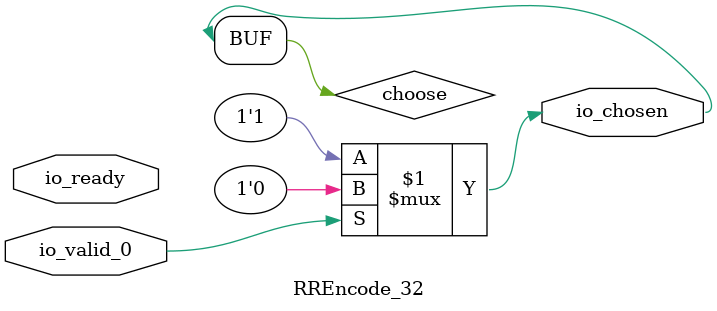
<source format=v>
module RREncode_32(
    input  io_valid_0,
    output io_chosen,
    input  io_ready);
  wire choose;
  assign io_chosen = choose;
  assign choose = io_valid_0 ? 1'h0 : 1'h1;
endmodule
</source>
